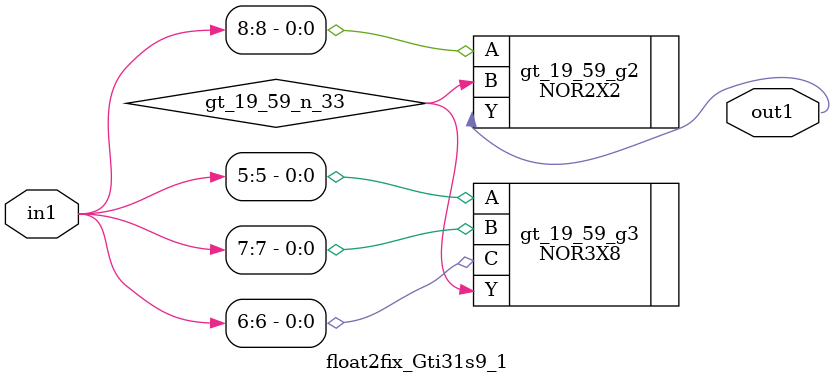
<source format=v>
`timescale 1ps / 1ps


module float2fix_Gti31s9_1(in1, out1);
  input [8:0] in1;
  output out1;
  wire [8:0] in1;
  wire out1;
  wire gt_19_59_n_33;
  NOR2X2 gt_19_59_g2(.A (in1[8]), .B (gt_19_59_n_33), .Y (out1));
  NOR3X8 gt_19_59_g3(.A (in1[5]), .B (in1[7]), .C (in1[6]), .Y
       (gt_19_59_n_33));
endmodule



</source>
